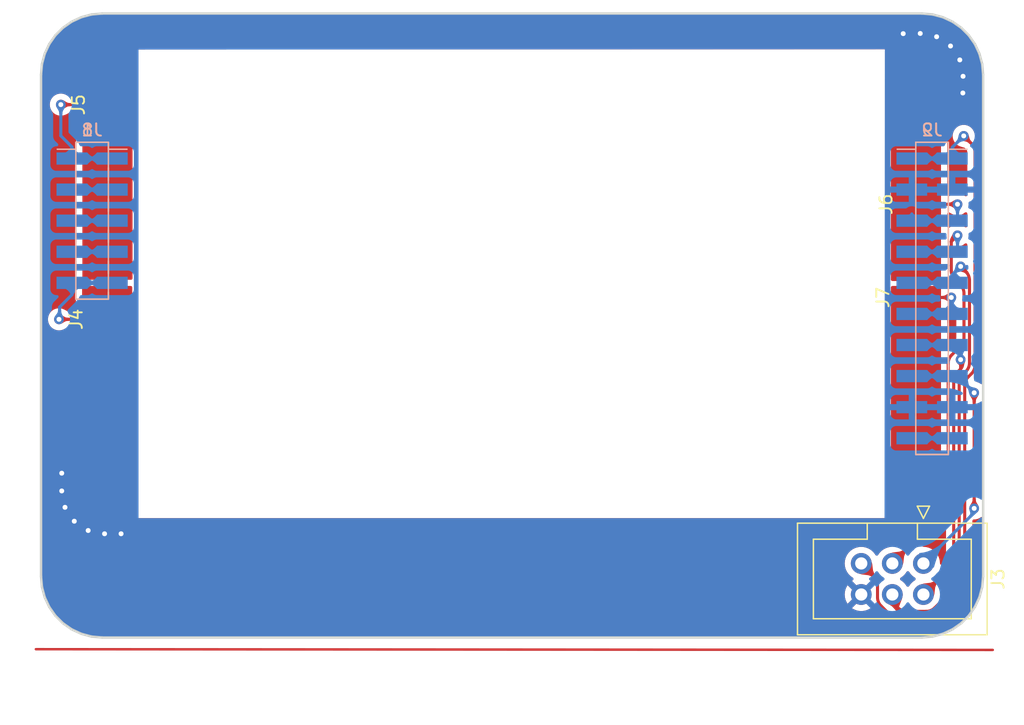
<source format=kicad_pcb>
(kicad_pcb (version 20221018) (generator pcbnew)
  (layers (0 "F.Cu" signal) (31 "B.Cu" signal) (34 "B.Paste" user) (35 "F.Paste" user) (36 "B.SilkS" user "B.Silkscreen") (37 "F.SilkS" user "F.Silkscreen") (38 "B.Mask" user) (39 "F.Mask" user) (44 "Edge.Cuts" user))
  (net 0 "")
  (net 1 "/GP9")
  (net 2 "+3.3V")
  (net 3 "GND")
  (net 4 "/GP28")
  (net 5 "/SDA")
  (net 6 "/SCL")
  (net 7 "/GP14")
  (net 8 "/GP11")
  (net 9 "/GP10")
  (net 10 "VCC")
  (net 11 "/GP16")
  (net 12 "/GP17")
  (net 13 "/GP18")
  (net 14 "/GP19")
  (footprint "Connector_Wire:SolderWirePad_1x01_SMD_1x2mm" (layer "F.Cu") (at 180.086 91.694 90)
    (fp_text reference "J6" (at 0 -2.54 90) (layer "F.SilkS"))
    (fp_text value "Conn_01x01")
    (pad "1" smd roundrect (at 0 0 90) (size 1 2) (layers "F.Cu" "F.Paste" "F.Mask") (net 4 "/GP28"))
  )
  (footprint "Connector_IDC:IDC-Header_2x03_P2.54mm_Vertical" (layer "F.Cu") (at 180.6 121.05 -90)
    (fp_text reference "J3" (at 1.27 -6.1 90) (layer "F.SilkS"))
    (fp_text value "Conn_02x03_Counter_Clockwise")
    (fp_line (start -4.68 -0.5) (end -4.68 0.5) (stroke (width 0.12)) (layer "F.SilkS"))
    (fp_line (start -4.68 0.5) (end -3.68 0) (stroke (width 0.12)) (layer "F.SilkS"))
    (fp_line (start -3.68 0) (end -4.68 -0.5) (stroke (width 0.12)) (layer "F.SilkS"))
    (fp_line (start -3.29 -5.21) (end 5.83 -5.21) (stroke (width 0.12)) (layer "F.SilkS"))
    (fp_line (start -3.29 0.49) (end -1.98 0.49) (stroke (width 0.12)) (layer "F.SilkS"))
    (fp_line (start -3.29 10.29) (end -3.29 -5.21) (stroke (width 0.12)) (layer "F.SilkS"))
    (fp_line (start -1.98 -3.91) (end 4.52 -3.91) (stroke (width 0.12)) (layer "F.SilkS"))
    (fp_line (start -1.98 0.49) (end -1.98 -3.91) (stroke (width 0.12)) (layer "F.SilkS"))
    (fp_line (start -1.98 4.59) (end -3.29 4.59) (stroke (width 0.12)) (layer "F.SilkS"))
    (fp_line (start -1.98 4.59) (end -1.98 4.59) (stroke (width 0.12)) (layer "F.SilkS"))
    (fp_line (start -1.98 8.99) (end -1.98 4.59) (stroke (width 0.12)) (layer "F.SilkS"))
    (fp_line (start 4.52 -3.91) (end 4.52 8.99) (stroke (width 0.12)) (layer "F.SilkS"))
    (fp_line (start 4.52 8.99) (end -1.98 8.99) (stroke (width 0.12)) (layer "F.SilkS"))
    (fp_line (start 5.83 -5.21) (end 5.83 10.29) (stroke (width 0.12)) (layer "F.SilkS"))
    (fp_line (start 5.83 10.29) (end -3.29 10.29) (stroke (width 0.12)) (layer "F.SilkS"))
    (pad "1" thru_hole circle (at 0 0 270) (size 1.7 1.7) (drill 1) (layers "*.Cu" "*.Mask") (net 9 "/GP10"))
    (pad "2" thru_hole circle (at 2.54 0 270) (size 1.7 1.7) (drill 1) (layers "*.Cu" "*.Mask") (net 8 "/GP11"))
    (pad "3" thru_hole circle (at 0 2.54 270) (size 1.7 1.7) (drill 1) (layers "*.Cu" "*.Mask") (net 5 "/SDA"))
    (pad "4" thru_hole circle (at 2.54 2.54 270) (size 1.7 1.7) (drill 1) (layers "*.Cu" "*.Mask") (net 6 "/SCL"))
    (pad "5" thru_hole circle (at 0 5.08 270) (size 1.7 1.7) (drill 1) (layers "*.Cu" "*.Mask") (net 2 "+3.3V"))
    (pad "6" thru_hole circle (at 2.54 5.08 270) (size 1.7 1.7) (drill 1) (layers "*.Cu" "*.Mask") (net 3 "GND"))
  )
  (footprint "Connector_Wire:SolderWirePad_1x01_SMD_1x2mm" (layer "F.Cu") (at 179.832 99.314 90)
    (fp_text reference "J7" (at 0 -2.54 90) (layer "F.SilkS"))
    (fp_text value "Conn_01x01")
    (pad "1" smd roundrect (at 0 0 90) (size 1 2) (layers "F.Cu" "F.Paste" "F.Mask") (net 7 "/GP14"))
  )
  (footprint "Connector_Wire:SolderWirePad_1x01_SMD_1x2mm" (layer "F.Cu") (at 114.08 83.56 90)
    (fp_text reference "J5" (at 0 -2.54 90) (layer "F.SilkS"))
    (fp_text value "Conn_01x01")
    (pad "1" smd roundrect (at 0 0 90) (size 1 2) (layers "F.Cu" "F.Paste" "F.Mask") (net 1 "/GP9"))
  )
  (footprint "Connector_Wire:SolderWirePad_1x01_SMD_1x2mm" (layer "F.Cu") (at 113.9 101.1 90)
    (fp_text reference "J4" (at 0 -2.54 90) (layer "F.SilkS"))
    (fp_text value "Conn_01x01")
    (pad "1" smd roundrect (at 0 0 90) (size 1 2) (layers "F.Cu" "F.Paste" "F.Mask") (net 14 "/GP19"))
  )
  (footprint "Connector_PinHeader_2.54mm:PinHeader_1x10_P2.54mm_Vertical_SMD_Pin1Left" (layer "B.Cu") (at 181.309 99.3875 180)
    (fp_text reference "J2" (at 0 13.76) (layer "B.SilkS") (effects (justify mirror)))
    (fp_text value "Conn_01x10_Socket")
    (fp_line (start -1.33 -12.76) (end 1.33 -12.76) (stroke (width 0.12)) (layer "B.SilkS"))
    (fp_line (start -1.33 -9.65) (end -1.33 -12.76) (stroke (width 0.12)) (layer "B.SilkS"))
    (fp_line (start -1.33 -4.57) (end -1.33 -8.13) (stroke (width 0.12)) (layer "B.SilkS"))
    (fp_line (start -1.33 0.51) (end -1.33 -3.05) (stroke (width 0.12)) (layer "B.SilkS"))
    (fp_line (start -1.33 5.59) (end -1.33 2.03) (stroke (width 0.12)) (layer "B.SilkS"))
    (fp_line (start -1.33 10.67) (end -1.33 7.11) (stroke (width 0.12)) (layer "B.SilkS"))
    (fp_line (start -1.33 12.19) (end -2.85 12.19) (stroke (width 0.12)) (layer "B.SilkS"))
    (fp_line (start -1.33 12.76) (end -1.33 12.19) (stroke (width 0.12)) (layer "B.SilkS"))
    (fp_line (start -1.33 12.76) (end 1.33 12.76) (stroke (width 0.12)) (layer "B.SilkS"))
    (fp_line (start 1.33 -12.19) (end 1.33 -12.76) (stroke (width 0.12)) (layer "B.SilkS"))
    (fp_line (start 1.33 -7.11) (end 1.33 -10.67) (stroke (width 0.12)) (layer "B.SilkS"))
    (fp_line (start 1.33 -2.03) (end 1.33 -5.59) (stroke (width 0.12)) (layer "B.SilkS"))
    (fp_line (start 1.33 3.05) (end 1.33 -0.51) (stroke (width 0.12)) (layer "B.SilkS"))
    (fp_line (start 1.33 8.13) (end 1.33 4.57) (stroke (width 0.12)) (layer "B.SilkS"))
    (fp_line (start 1.33 12.76) (end 1.33 9.65) (stroke (width 0.12)) (layer "B.SilkS"))
    (pad "1" smd rect (at -1.655 11.43 180) (size 2.51 1) (layers "B.Cu" "B.Paste" "B.Mask") (net 2 "+3.3V"))
    (pad "2" smd rect (at 1.655 8.89 180) (size 2.51 1) (layers "B.Cu" "B.Paste" "B.Mask") (net 3 "GND"))
    (pad "3" smd rect (at -1.655 6.35 180) (size 2.51 1) (layers "B.Cu" "B.Paste" "B.Mask") (net 4 "/GP28"))
    (pad "4" smd rect (at 1.655 3.81 180) (size 2.51 1) (layers "B.Cu" "B.Paste" "B.Mask") (net 5 "/SDA"))
    (pad "5" smd rect (at -1.655 1.27 180) (size 2.51 1) (layers "B.Cu" "B.Paste" "B.Mask") (net 6 "/SCL"))
    (pad "6" smd rect (at 1.655 -1.27 180) (size 2.51 1) (layers "B.Cu" "B.Paste" "B.Mask") (net 7 "/GP14"))
    (pad "7" smd rect (at -1.655 -3.81 180) (size 2.51 1) (layers "B.Cu" "B.Paste" "B.Mask") (net 8 "/GP11"))
    (pad "8" smd rect (at 1.655 -6.35 180) (size 2.51 1) (layers "B.Cu" "B.Paste" "B.Mask") (net 9 "/GP10"))
    (pad "9" smd rect (at -1.655 -8.89 180) (size 2.51 1) (layers "B.Cu" "B.Paste" "B.Mask") (net 3 "GND"))
    (pad "10" smd rect (at 1.655 -11.43 180) (size 2.51 1) (layers "B.Cu" "B.Paste" "B.Mask") (net 10 "VCC"))
  )
  (footprint "Connector_PinHeader_2.54mm:PinHeader_1x05_P2.54mm_Vertical_SMD_Pin1Right" (layer "B.Cu") (at 112.659 93.0375 180)
    (fp_text reference "J1" (at 0 7.41) (layer "B.SilkS") (effects (justify mirror)))
    (fp_text value "Conn_01x05_Socket")
    (fp_line (start -1.33 -6.41) (end 1.33 -6.41) (stroke (width 0.12)) (layer "B.SilkS"))
    (fp_line (start -1.33 -5.84) (end -1.33 -6.41) (stroke (width 0.12)) (layer "B.SilkS"))
    (fp_line (start -1.33 -3.3) (end -1.33 -6.41) (stroke (width 0.12)) (layer "B.SilkS"))
    (fp_line (start -1.33 1.78) (end -1.33 -1.78) (stroke (width 0.12)) (layer "B.SilkS"))
    (fp_line (start -1.33 6.41) (end -1.33 3.3) (stroke (width 0.12)) (layer "B.SilkS"))
    (fp_line (start -1.33 6.41) (end 1.33 6.41) (stroke (width 0.12)) (layer "B.SilkS"))
    (fp_line (start 1.33 -0.76) (end 1.33 -4.32) (stroke (width 0.12)) (layer "B.SilkS"))
    (fp_line (start 1.33 4.32) (end 1.33 0.76) (stroke (width 0.12)) (layer "B.SilkS"))
    (fp_line (start 1.33 5.84) (end 2.85 5.84) (stroke (width 0.12)) (layer "B.SilkS"))
    (fp_line (start 1.33 6.41) (end 1.33 5.84) (stroke (width 0.12)) (layer "B.SilkS"))
    (pad "1" smd rect (at 1.655 5.08 180) (size 2.51 1) (layers "B.Cu" "B.Paste" "B.Mask") (net 1 "/GP9"))
    (pad "2" smd rect (at -1.655 2.54 180) (size 2.51 1) (layers "B.Cu" "B.Paste" "B.Mask") (net 11 "/GP16"))
    (pad "3" smd rect (at 1.655 0 180) (size 2.51 1) (layers "B.Cu" "B.Paste" "B.Mask") (net 12 "/GP17"))
    (pad "4" smd rect (at -1.655 -2.54 180) (size 2.51 1) (layers "B.Cu" "B.Paste" "B.Mask") (net 13 "/GP18"))
    (pad "5" smd rect (at 1.655 -5.08 180) (size 2.51 1) (layers "B.Cu" "B.Paste" "B.Mask") (net 14 "/GP19"))
  )
  (footprint "Connector_PinHeader_2.54mm:PinHeader_1x10_P2.54mm_Vertical_SMD_Pin1Right" (layer "B.Cu") (at 181.309 99.3875 180)
    (fp_text reference "J9" (at 0 13.76) (layer "B.SilkS") (effects (justify mirror)))
    (fp_text value "Conn_01x10_Socket")
    (fp_line (start -1.33 -12.76) (end 1.33 -12.76) (stroke (width 0.12)) (layer "B.SilkS"))
    (fp_line (start -1.33 -12.19) (end -1.33 -12.76) (stroke (width 0.12)) (layer "B.SilkS"))
    (fp_line (start -1.33 -7.11) (end -1.33 -10.67) (stroke (width 0.12)) (layer "B.SilkS"))
    (fp_line (start -1.33 -2.03) (end -1.33 -5.59) (stroke (width 0.12)) (layer "B.SilkS"))
    (fp_line (start -1.33 3.05) (end -1.33 -0.51) (stroke (width 0.12)) (layer "B.SilkS"))
    (fp_line (start -1.33 8.13) (end -1.33 4.57) (stroke (width 0.12)) (layer "B.SilkS"))
    (fp_line (start -1.33 12.76) (end -1.33 9.65) (stroke (width 0.12)) (layer "B.SilkS"))
    (fp_line (start -1.33 12.76) (end 1.33 12.76) (stroke (width 0.12)) (layer "B.SilkS"))
    (fp_line (start 1.33 -9.65) (end 1.33 -12.76) (stroke (width 0.12)) (layer "B.SilkS"))
    (fp_line (start 1.33 -4.57) (end 1.33 -8.13) (stroke (width 0.12)) (layer "B.SilkS"))
    (fp_line (start 1.33 0.51) (end 1.33 -3.05) (stroke (width 0.12)) (layer "B.SilkS"))
    (fp_line (start 1.33 5.59) (end 1.33 2.03) (stroke (width 0.12)) (layer "B.SilkS"))
    (fp_line (start 1.33 10.67) (end 1.33 7.11) (stroke (width 0.12)) (layer "B.SilkS"))
    (fp_line (start 1.33 12.19) (end 2.85 12.19) (stroke (width 0.12)) (layer "B.SilkS"))
    (fp_line (start 1.33 12.76) (end 1.33 12.19) (stroke (width 0.12)) (layer "B.SilkS"))
    (pad "1" smd rect (at 1.655 11.43 180) (size 2.51 1) (layers "B.Cu" "B.Paste" "B.Mask") (net 2 "+3.3V"))
    (pad "2" smd rect (at -1.655 8.89 180) (size 2.51 1) (layers "B.Cu" "B.Paste" "B.Mask") (net 3 "GND"))
    (pad "3" smd rect (at 1.655 6.35 180) (size 2.51 1) (layers "B.Cu" "B.Paste" "B.Mask") (net 4 "/GP28"))
    (pad "4" smd rect (at -1.655 3.81 180) (size 2.51 1) (layers "B.Cu" "B.Paste" "B.Mask") (net 5 "/SDA"))
    (pad "5" smd rect (at 1.655 1.27 180) (size 2.51 1) (layers "B.Cu" "B.Paste" "B.Mask") (net 6 "/SCL"))
    (pad "6" smd rect (at -1.655 -1.27 180) (size 2.51 1) (layers "B.Cu" "B.Paste" "B.Mask") (net 7 "/GP14"))
    (pad "7" smd rect (at 1.655 -3.81 180) (size 2.51 1) (layers "B.Cu" "B.Paste" "B.Mask") (net 8 "/GP11"))
    (pad "8" smd rect (at -1.655 -6.35 180) (size 2.51 1) (layers "B.Cu" "B.Paste" "B.Mask") (net 9 "/GP10"))
    (pad "9" smd rect (at 1.655 -8.89 180) (size 2.51 1) (layers "B.Cu" "B.Paste" "B.Mask") (net 3 "GND"))
    (pad "10" smd rect (at -1.655 -11.43 180) (size 2.51 1) (layers "B.Cu" "B.Paste" "B.Mask") (net 10 "VCC"))
  )
  (footprint "Connector_PinHeader_2.54mm:PinHeader_1x05_P2.54mm_Vertical_SMD_Pin1Left" (layer "B.Cu") (at 112.659 93.0375 180)
    (fp_text reference "J8" (at 0 7.41) (layer "B.SilkS") (effects (justify mirror)))
    (fp_text value "Conn_01x05_Socket")
    (fp_line (start -1.33 -6.41) (end 1.33 -6.41) (stroke (width 0.12)) (layer "B.SilkS"))
    (fp_line (start -1.33 -0.76) (end -1.33 -4.32) (stroke (width 0.12)) (layer "B.SilkS"))
    (fp_line (start -1.33 4.32) (end -1.33 0.76) (stroke (width 0.12)) (layer "B.SilkS"))
    (fp_line (start -1.33 5.84) (end -2.85 5.84) (stroke (width 0.12)) (layer "B.SilkS"))
    (fp_line (start -1.33 6.41) (end -1.33 5.84) (stroke (width 0.12)) (layer "B.SilkS"))
    (fp_line (start -1.33 6.41) (end 1.33 6.41) (stroke (width 0.12)) (layer "B.SilkS"))
    (fp_line (start 1.33 -5.84) (end 1.33 -6.41) (stroke (width 0.12)) (layer "B.SilkS"))
    (fp_line (start 1.33 -3.3) (end 1.33 -6.41) (stroke (width 0.12)) (layer "B.SilkS"))
    (fp_line (start 1.33 1.78) (end 1.33 -1.78) (stroke (width 0.12)) (layer "B.SilkS"))
    (fp_line (start 1.33 6.41) (end 1.33 3.3) (stroke (width 0.12)) (layer "B.SilkS"))
    (pad "1" smd rect (at -1.655 5.08 180) (size 2.51 1) (layers "B.Cu" "B.Paste" "B.Mask") (net 1 "/GP9"))
    (pad "2" smd rect (at 1.655 2.54 180) (size 2.51 1) (layers "B.Cu" "B.Paste" "B.Mask") (net 11 "/GP16"))
    (pad "3" smd rect (at -1.655 0 180) (size 2.51 1) (layers "B.Cu" "B.Paste" "B.Mask") (net 12 "/GP17"))
    (pad "4" smd rect (at 1.655 -2.54 180) (size 2.51 1) (layers "B.Cu" "B.Paste" "B.Mask") (net 13 "/GP18"))
    (pad "5" smd rect (at -1.655 -5.08 180) (size 2.51 1) (layers "B.Cu" "B.Paste" "B.Mask") (net 14 "/GP19"))
  )
  (gr_line (start 183.696 77.27433) (end 182.9821 76.77443) (stroke (width 0.2)) (layer "Edge.Cuts"))
  (gr_line (start 182.9821 76.77443) (end 182.1922 76.40603) (stroke (width 0.2)) (layer "Edge.Cuts"))
  (gr_line (start 181.3503 127.028572) (end 182.1922 126.803001) (stroke (width 0.2)) (layer "Edge.Cuts"))
  (gr_line (start 184.8122 78.60453) (end 184.3123 77.89063) (stroke (width 0.2)) (layer "Edge.Cuts"))
  (gr_line (start 110.9821 126.434669) (end 111.77199 126.803001) (stroke (width 0.2)) (layer "Edge.Cuts"))
  (gr_line (start 113.4821 127.10453) (end 180.4821 127.10453) (stroke (width 0.2)) (layer "Edge.Cuts"))
  (gr_line (start 180.4821 76.10453) (end 113.4821 76.10453) (stroke (width 0.2)) (layer "Edge.Cuts"))
  (gr_line (start 181.3503 76.18053) (end 180.4821 76.10453) (stroke (width 0.2)) (layer "Edge.Cuts"))
  (gr_line (start 109.151961 78.60453) (end 108.783629 79.39443) (stroke (width 0.2)) (layer "Edge.Cuts"))
  (gr_line (start 184.3123 125.31847) (end 184.8122 124.60453) (stroke (width 0.2)) (layer "Edge.Cuts"))
  (gr_line (start 185.4821 81.10453) (end 185.4061 80.23633) (stroke (width 0.2)) (layer "Edge.Cuts"))
  (gr_line (start 108.558058 122.97279) (end 108.783629 123.81464) (stroke (width 0.2)) (layer "Edge.Cuts"))
  (gr_line (start 109.151961 124.60453) (end 109.65187 125.31847) (stroke (width 0.2)) (layer "Edge.Cuts"))
  (gr_line (start 185.4061 122.97279) (end 185.4821 122.10453) (stroke (width 0.2)) (layer "Edge.Cuts"))
  (gr_line (start 112.61384 127.028572) (end 113.4821 127.10453) (stroke (width 0.2)) (layer "Edge.Cuts"))
  (gr_line (start 185.1806 123.81464) (end 185.4061 122.97279) (stroke (width 0.2)) (layer "Edge.Cuts"))
  (gr_line (start 108.783629 123.81464) (end 109.151961 124.60453) (stroke (width 0.2)) (layer "Edge.Cuts"))
  (gr_line (start 111.77199 126.803001) (end 112.61384 127.028572) (stroke (width 0.2)) (layer "Edge.Cuts"))
  (gr_line (start 185.1806 79.39443) (end 184.8122 78.60453) (stroke (width 0.2)) (layer "Edge.Cuts"))
  (gr_line (start 111.77199 76.40603) (end 110.9821 76.77443) (stroke (width 0.2)) (layer "Edge.Cuts"))
  (gr_line (start 112.61384 76.18053) (end 111.77199 76.40603) (stroke (width 0.2)) (layer "Edge.Cuts"))
  (gr_line (start 108.4821 81.10453) (end 108.4821 122.10453) (stroke (width 0.2)) (layer "Edge.Cuts"))
  (gr_line (start 182.1922 126.803001) (end 182.9821 126.434669) (stroke (width 0.2)) (layer "Edge.Cuts"))
  (gr_line (start 110.9821 76.77443) (end 110.26816 77.27433) (stroke (width 0.2)) (layer "Edge.Cuts"))
  (gr_line (start 183.696 125.93476) (end 184.3123 125.31847) (stroke (width 0.2)) (layer "Edge.Cuts"))
  (gr_line (start 113.4821 76.10453) (end 112.61384 76.18053) (stroke (width 0.2)) (layer "Edge.Cuts"))
  (gr_line (start 108.783629 79.39443) (end 108.558058 80.23633) (stroke (width 0.2)) (layer "Edge.Cuts"))
  (gr_line (start 184.8122 124.60453) (end 185.1806 123.81464) (stroke (width 0.2)) (layer "Edge.Cuts"))
  (gr_line (start 109.65187 77.89063) (end 109.151961 78.60453) (stroke (width 0.2)) (layer "Edge.Cuts"))
  (gr_line (start 110.26816 77.27433) (end 109.65187 77.89063) (stroke (width 0.2)) (layer "Edge.Cuts"))
  (gr_line (start 184.3123 77.89063) (end 183.696 77.27433) (stroke (width 0.2)) (layer "Edge.Cuts"))
  (gr_line (start 185.4821 122.10453) (end 185.4821 81.10453) (stroke (width 0.2)) (layer "Edge.Cuts"))
  (gr_line (start 108.4821 122.10453) (end 108.558058 122.97279) (stroke (width 0.2)) (layer "Edge.Cuts"))
  (gr_line (start 180.4821 127.10453) (end 181.3503 127.028572) (stroke (width 0.2)) (layer "Edge.Cuts"))
  (gr_line (start 185.4061 80.23633) (end 185.1806 79.39443) (stroke (width 0.2)) (layer "Edge.Cuts"))
  (gr_line (start 110.26816 125.93476) (end 110.9821 126.434669) (stroke (width 0.2)) (layer "Edge.Cuts"))
  (gr_line (start 182.1922 76.40603) (end 181.3503 76.18053) (stroke (width 0.2)) (layer "Edge.Cuts"))
  (gr_line (start 109.65187 125.31847) (end 110.26816 125.93476) (stroke (width 0.2)) (layer "Edge.Cuts"))
  (gr_line (start 182.9821 126.434669) (end 183.696 125.93476) (stroke (width 0.2)) (layer "Edge.Cuts"))
  (gr_line (start 108.558058 80.23633) (end 108.4821 81.10453) (stroke (width 0.2)) (layer "Edge.Cuts"))
  (segment (start 186.27 128.12) (end 108.06 128.06) (width 0.2) (layer "F.Cu") (net 0))
  (segment (start 114.07 83.55) (end 114.08 83.56) (width 0.25) (layer "F.Cu") (net 1))
  (segment (start 110.1 83.55) (end 114.07 83.55) (width 0.25) (layer "F.Cu") (net 1))
  (via (at 110.1 83.55) (size 0.8) (drill 0.4) (layers "F.Cu" "B.Cu") (net 1))
  (segment (start 111.004 87.9575) (end 111.004 87.004) (width 0.25) (layer "B.Cu") (net 1))
  (segment (start 114.314 87.9575) (end 111.004 87.9575) (width 0.25) (layer "B.Cu") (net 1))
  (segment (start 111.004 87.004) (end 110.1 86.1) (width 0.25) (layer "B.Cu") (net 1))
  (segment (start 110.1 86.1) (end 110.1 83.55) (width 0.25) (layer "B.Cu") (net 1))
  (segment (start 175.52 121.05) (end 176.557107 122.087107) (width 0.25) (layer "F.Cu") (net 2))
  (segment (start 183.976 122.454182) (end 183.976 106.509006) (width 0.25) (layer "F.Cu") (net 2))
  (segment (start 177.142893 124.524594) (end 177.743406 125.125107) (width 0.25) (layer "F.Cu") (net 2))
  (segment (start 184.817 104.839578) (end 184.817 87.441214) (width 0.25) (layer "F.Cu") (net 2))
  (segment (start 176.85 122.794214) (end 176.85 123.817487) (width 0.25) (layer "F.Cu") (net 2))
  (segment (start 184.268893 105.801899) (end 184.524107 105.546685) (width 0.25) (layer "F.Cu") (net 2))
  (segment (start 184.524107 86.734107) (end 183.896 86.106) (width 0.25) (layer "F.Cu") (net 2))
  (segment (start 178.450513 125.418) (end 181.012182 125.418) (width 0.25) (layer "F.Cu") (net 2))
  (segment (start 181.719289 125.125107) (end 183.683107 123.161289) (width 0.25) (layer "F.Cu") (net 2))
  (via (at 183.896 86.106) (size 0.8) (drill 0.4) (layers "F.Cu" "B.Cu") (net 2))
  (arc (start 176.557107 122.087107) (mid 176.77388 122.41153) (end 176.85 122.794214) (width 0.25) (layer "F.Cu") (net 2))
  (arc (start 181.719289 125.125107) (mid 181.394866 125.34188) (end 181.012182 125.418) (width 0.25) (layer "F.Cu") (net 2))
  (arc (start 177.142893 124.524594) (mid 176.92612 124.200171) (end 176.85 123.817487) (width 0.25) (layer "F.Cu") (net 2))
  (arc (start 184.524107 86.734107) (mid 184.74088 87.05853) (end 184.817 87.441214) (width 0.25) (layer "F.Cu") (net 2))
  (arc (start 184.268893 105.801899) (mid 184.05212 106.126322) (end 183.976 106.509006) (width 0.25) (layer "F.Cu") (net 2))
  (arc (start 178.450513 125.418) (mid 178.06783 125.34188) (end 177.743406 125.125107) (width 0.25) (layer "F.Cu") (net 2))
  (arc (start 184.524107 105.546685) (mid 184.74088 105.222262) (end 184.817 104.839578) (width 0.25) (layer "F.Cu") (net 2))
  (arc (start 183.683107 123.161289) (mid 183.89988 122.836866) (end 183.976 122.454182) (width 0.25) (layer "F.Cu") (net 2))
  (segment (start 182.964 87.9575) (end 182.964 87.038) (width 0.25) (layer "B.Cu") (net 2))
  (segment (start 179.654 87.9575) (end 182.964 87.9575) (width 0.25) (layer "B.Cu") (net 2))
  (segment (start 182.964 87.038) (end 183.896 86.106) (width 0.25) (layer "B.Cu") (net 2))
  (via (at 115.025 118.625) (size 0.8) (drill 0.4) (layers "F.Cu" "B.Cu") (net 3))
  (via (at 110.441548 116.464518) (size 0.8) (drill 0.4) (layers "F.Cu" "B.Cu") (net 3))
  (via (at 181.680814 78.00203) (size 0.8) (drill 0.4) (layers "F.Cu" "B.Cu") (net 3))
  (via (at 183.575 79.896216) (size 0.8) (drill 0.4) (layers "F.Cu" "B.Cu") (net 3))
  (via (at 112.335734 118.358704) (size 0.8) (drill 0.4) (layers "F.Cu" "B.Cu") (net 3))
  (via (at 110.175126 115.125126) (size 0.8) (drill 0.4) (layers "F.Cu" "B.Cu") (net 3))
  (via (at 110.175 113.675) (size 0.8) (drill 0.4) (layers "F.Cu" "B.Cu") (net 3))
  (via (at 178.95 77.75) (size 0.8) (drill 0.4) (layers "F.Cu" "B.Cu") (net 3))
  (via (at 180.341422 77.735608) (size 0.8) (drill 0.4) (layers "F.Cu" "B.Cu") (net 3))
  (via (at 113.675126 118.625126) (size 0.8) (drill 0.4) (layers "F.Cu" "B.Cu") (net 3))
  (via (at 182.816296 78.760734) (size 0.8) (drill 0.4) (layers "F.Cu" "B.Cu") (net 3))
  (via (at 183.825 82.6) (size 0.8) (drill 0.4) (layers "F.Cu" "B.Cu") (net 3))
  (via (at 183.841422 81.235608) (size 0.8) (drill 0.4) (layers "F.Cu" "B.Cu") (net 3))
  (via (at 111.200252 117.6) (size 0.8) (drill 0.4) (layers "F.Cu" "B.Cu") (net 3))
  (segment (start 175.52 123.59) (end 176.77 122.34) (width 0.25) (layer "B.Cu") (net 3))
  (segment (start 182.964 108.2775) (end 183.7275 108.2775) (width 0.25) (layer "B.Cu") (net 3))
  (segment (start 179.654 108.2775) (end 182.964 108.2775) (width 0.25) (layer "B.Cu") (net 3))
  (segment (start 179.654 90.4975) (end 182.964 90.4975) (width 0.25) (layer "B.Cu") (net 3))
  (segment (start 180.086 91.694) (end 183.388 91.694) (width 0.25) (layer "F.Cu") (net 4))
  (via (at 183.388 91.694) (size 0.8) (drill 0.4) (layers "F.Cu" "B.Cu") (net 4))
  (segment (start 183.388 91.694) (end 183.388 92.6135) (width 0.25) (layer "B.Cu") (net 4))
  (segment (start 179.654 93.0375) (end 179.654 92.484) (width 0.25) (layer "B.Cu") (net 4))
  (segment (start 179.654 93.0375) (end 182.964 93.0375) (width 0.25) (layer "B.Cu") (net 4))
  (segment (start 183.388 92.6135) (end 182.964 93.0375) (width 0.25) (layer "B.Cu") (net 4))
  (segment (start 182.88 94.742) (end 183.388 94.234) (width 0.25) (layer "F.Cu") (net 5))
  (segment (start 183.624107 98.280107) (end 183.172893 97.828893) (width 0.25) (layer "F.Cu") (net 5))
  (segment (start 182.626 116.069786) (end 182.626 104.714214) (width 0.25) (layer "F.Cu") (net 5))
  (segment (start 183.917 102.594786) (end 183.917 98.987214) (width 0.25) (layer "F.Cu") (net 5))
  (segment (start 182.918893 104.007107) (end 183.624107 103.301893) (width 0.25) (layer "F.Cu") (net 5))
  (segment (start 182.88 97.121786) (end 182.88 94.742) (width 0.25) (layer "F.Cu") (net 5))
  (segment (start 178.06 121.05) (end 182.333107 116.776893) (width 0.25) (layer "F.Cu") (net 5))
  (via (at 183.388 94.234) (size 0.8) (drill 0.4) (layers "F.Cu" "B.Cu") (net 5))
  (arc (start 182.88 97.121786) (mid 182.95612 97.504469) (end 183.172893 97.828893) (width 0.25) (layer "F.Cu") (net 5))
  (arc (start 183.917 98.987214) (mid 183.84088 98.604531) (end 183.624107 98.280107) (width 0.25) (layer "F.Cu") (net 5))
  (arc (start 182.626 104.714214) (mid 182.70212 104.331531) (end 182.918893 104.007107) (width 0.25) (layer "F.Cu") (net 5))
  (arc (start 182.626 116.069786) (mid 182.54988 116.452469) (end 182.333107 116.776893) (width 0.25) (layer "F.Cu") (net 5))
  (arc (start 183.917 102.594786) (mid 183.84088 102.977469) (end 183.624107 103.301893) (width 0.25) (layer "F.Cu") (net 5))
  (segment (start 183.388 94.234) (end 183.388 95.1535) (width 0.25) (layer "B.Cu") (net 5))
  (segment (start 183.388 95.1535) (end 182.964 95.5775) (width 0.25) (layer "B.Cu") (net 5))
  (segment (start 179.654 95.5775) (end 182.964 95.5775) (width 0.25) (layer "B.Cu") (net 5))
  (segment (start 183.526 122.267786) (end 183.526 106.32261) (width 0.25) (layer "F.Cu") (net 6))
  (segment (start 183.818893 105.615503) (end 184.074107 105.360289) (width 0.25) (layer "F.Cu") (net 6))
  (segment (start 179.230214 124.968) (end 180.825786 124.968) (width 0.25) (layer "F.Cu") (net 6))
  (segment (start 178.06 123.59) (end 178.06 124.212) (width 0.25) (layer "F.Cu") (net 6))
  (segment (start 184.367 104.653182) (end 184.367 97.913214) (width 0.25) (layer "F.Cu") (net 6))
  (segment (start 181.532893 124.675107) (end 183.233107 122.974893) (width 0.25) (layer "F.Cu") (net 6))
  (segment (start 178.06 124.212) (end 178.523107 124.675107) (width 0.25) (layer "F.Cu") (net 6))
  (segment (start 184.074107 97.206107) (end 183.642 96.774) (width 0.25) (layer "F.Cu") (net 6))
  (via (at 183.642 96.774) (size 0.8) (drill 0.4) (layers "F.Cu" "B.Cu") (net 6))
  (arc (start 183.526 122.267786) (mid 183.44988 122.650469) (end 183.233107 122.974893) (width 0.25) (layer "F.Cu") (net 6))
  (arc (start 184.367 97.913214) (mid 184.29088 97.530531) (end 184.074107 97.206107) (width 0.25) (layer "F.Cu") (net 6))
  (arc (start 183.818893 105.615503) (mid 183.60212 105.939926) (end 183.526 106.32261) (width 0.25) (layer "F.Cu") (net 6))
  (arc (start 184.074107 105.360289) (mid 184.29088 105.035866) (end 184.367 104.653182) (width 0.25) (layer "F.Cu") (net 6))
  (arc (start 179.230214 124.968) (mid 178.847531 124.89188) (end 178.523107 124.675107) (width 0.25) (layer "F.Cu") (net 6))
  (arc (start 180.825786 124.968) (mid 181.208469 124.89188) (end 181.532893 124.675107) (width 0.25) (layer "F.Cu") (net 6))
  (segment (start 179.654 98.1175) (end 182.964 98.1175) (width 0.25) (layer "B.Cu") (net 6))
  (segment (start 184.15 96.774) (end 184.15 96.9315) (width 0.25) (layer "B.Cu") (net 6))
  (segment (start 182.964 97.452) (end 183.642 96.774) (width 0.25) (layer "B.Cu") (net 6))
  (segment (start 182.964 98.1175) (end 182.964 97.452) (width 0.25) (layer "B.Cu") (net 6))
  (segment (start 182.88 99.314) (end 179.832 99.314) (width 0.25) (layer "F.Cu") (net 7))
  (via (at 182.88 99.314) (size 0.8) (drill 0.4) (layers "F.Cu" "B.Cu") (net 7))
  (segment (start 182.88 100.5735) (end 182.964 100.6575) (width 0.25) (layer "B.Cu") (net 7))
  (segment (start 183.388 100.2335) (end 182.964 100.6575) (width 0.25) (layer "B.Cu") (net 7))
  (segment (start 182.88 99.314) (end 182.88 100.5735) (width 0.25) (layer "B.Cu") (net 7))
  (segment (start 182.964 100.6575) (end 183.0605 100.6575) (width 0.25) (layer "B.Cu") (net 7))
  (segment (start 179.654 100.6575) (end 182.964 100.6575) (width 0.25) (layer "B.Cu") (net 7))
  (segment (start 183.076 120.699786) (end 183.076 106.136214) (width 0.25) (layer "F.Cu") (net 8))
  (segment (start 183.368893 105.429107) (end 183.642 105.156) (width 0.25) (layer "F.Cu") (net 8))
  (segment (start 183.642 105.156) (end 183.642 104.394) (width 0.25) (layer "F.Cu") (net 8))
  (segment (start 180.6 123.59) (end 182.783107 121.406893) (width 0.25) (layer "F.Cu") (net 8))
  (via (at 183.642 104.394) (size 0.8) (drill 0.4) (layers "F.Cu" "B.Cu") (net 8))
  (arc (start 183.076 106.136214) (mid 183.15212 105.753531) (end 183.368893 105.429107) (width 0.25) (layer "F.Cu") (net 8))
  (arc (start 183.076 120.699786) (mid 182.99988 121.082469) (end 182.783107 121.406893) (width 0.25) (layer "F.Cu") (net 8))
  (segment (start 179.654 103.1975) (end 182.964 103.1975) (width 0.25) (layer "B.Cu") (net 8))
  (segment (start 183.5375 103.1975) (end 182.964 103.1975) (width 0.25) (layer "B.Cu") (net 8))
  (segment (start 183.642 104.394) (end 183.642 103.8755) (width 0.25) (layer "B.Cu") (net 8))
  (segment (start 183.642 103.8755) (end 182.964 103.1975) (width 0.25) (layer "B.Cu") (net 8))
  (segment (start 184.75 116.55) (end 184.75 107.1) (width 0.25) (layer "F.Cu") (net 9))
  (via (at 184.75 116.55) (size 0.8) (drill 0.4) (layers "F.Cu" "B.Cu") (net 9))
  (via (at 184.75 107.1) (size 0.8) (drill 0.4) (layers "F.Cu" "B.Cu") (net 9))
  (segment (start 184.912 116.738) (end 184.75 116.576) (width 0.25) (layer "B.Cu") (net 9))
  (segment (start 179.654 105.7375) (end 182.964 105.7375) (width 0.25) (layer "B.Cu") (net 9))
  (segment (start 182.964 105.7375) (end 183.9695 105.7375) (width 0.25) (layer "B.Cu") (net 9))
  (segment (start 183.3875 105.7375) (end 182.964 105.7375) (width 0.25) (layer "B.Cu") (net 9))
  (segment (start 184.75 116.576) (end 184.75 116.55) (width 0.25) (layer "B.Cu") (net 9))
  (segment (start 184.75 107.1) (end 183.3875 105.7375) (width 0.25) (layer "B.Cu") (net 9))
  (segment (start 184.912 116.738) (end 180.6 121.05) (width 0.25) (layer "B.Cu") (net 9))
  (segment (start 179.654 110.8175) (end 182.964 110.8175) (width 0.25) (layer "B.Cu") (net 10))
  (segment (start 111.004 90.4975) (end 114.314 90.4975) (width 0.25) (layer "B.Cu") (net 11))
  (segment (start 111.004 93.0375) (end 114.314 93.0375) (width 0.25) (layer "B.Cu") (net 12))
  (segment (start 111.004 95.5775) (end 114.314 95.5775) (width 0.25) (layer "B.Cu") (net 13))
  (segment (start 109.95 101.1) (end 113.9 101.1) (width 0.25) (layer "F.Cu") (net 14))
  (via (at 109.95 101.1) (size 0.8) (drill 0.4) (layers "F.Cu" "B.Cu") (net 14))
  (segment (start 110 100.1) (end 110 101.05) (width 0.25) (layer "B.Cu") (net 14))
  (segment (start 111.004 99.096) (end 110 100.1) (width 0.25) (layer "B.Cu") (net 14))
  (segment (start 111.004 98.1175) (end 114.314 98.1175) (width 0.25) (layer "B.Cu") (net 14))
  (segment (start 110 101.05) (end 109.95 101.1) (width 0.25) (layer "B.Cu") (net 14))
  (segment (start 111.004 98.1175) (end 111.004 99.096) (width 0.25) (layer "B.Cu") (net 14))
  (zone (net 1) (net_name "/GP9") (layer "F.Cu") (name "GP9") (priority 1) (connect_pads yes (clearance 0.5)) (min_thickness 0.25) (fill yes (thermal_gap 0.5) (thermal_bridge_width 0.5) (island_removal_mode 1) (island_area_min 10))
    (polygon (pts (xy 111.96752 80.6655) (xy 112.09645 80.389) (xy 112.27142 80.1391) (xy 112.48712 79.9234) (xy 112.73699 79.7485) (xy 113.01345 79.6195) (xy 113.30812 79.5406) (xy 113.61199 79.514) (xy 115.962 79.514) (xy 115.962 97.994) (xy 111.86199 97.994) (xy 111.86199 81.264) (xy 111.88857 80.9601)))
  )
  (zone (net 7) (net_name "/GP14") (layer "F.Cu") (name "GP14") (priority 1) (connect_pads yes (clearance 0)) (min_thickness 0.25) (fill yes (thermal_gap 0.5) (thermal_bridge_width 0.5))
    (polygon (pts (xy 182.0134 115.4039) (xy 181.9345 115.6985) (xy 181.8055 115.975) (xy 181.6306 116.2249) (xy 181.4149 116.4406) (xy 181.165 116.6156) (xy 180.8885 116.7445) (xy 180.5939 116.8234) (xy 180.29 116.85) (xy 177.94 116.85) (xy 177.94 98.37) (xy 182.04 98.37) (xy 182.04 115.1)))
  )
  (zone (net 4) (net_name "/GP28") (layer "F.Cu") (name "GP28") (priority 1) (connect_pads yes (clearance 0)) (min_thickness 0.25) (fill yes (thermal_gap 0.5) (thermal_bridge_width 0.5))
    (polygon (pts (xy 182.04 97.97) (xy 177.94 97.97) (xy 177.94 79.49) (xy 180.29 79.49) (xy 180.5939 79.5166) (xy 180.8885 79.5955) (xy 181.165 79.7245) (xy 181.4149 79.8994) (xy 181.6306 80.1151) (xy 181.8055 80.365) (xy 181.9345 80.6415) (xy 182.0134 80.9361) (xy 182.04 81.24)))
  )
  (zone (net 3) (net_name "GND") (layer "F.Cu") (connect_pads (clearance 0.5)) (min_thickness 0.25) (fill yes (thermal_gap 0.5) (thermal_bridge_width 0.5) (island_removal_mode 1) (island_area_min 10))
    (polygon (pts (xy 108.07 75.03) (xy 186.06 75) (xy 186.27 128.12) (xy 108.06 128.06)))
  )
  (zone (net 14) (net_name "/GP19") (layer "F.Cu") (name "GP19") (priority 1) (connect_pads yes (clearance 0)) (min_thickness 0.25) (fill yes (thermal_gap 0.5) (thermal_bridge_width 0.5))
    (polygon (pts (xy 115.94 98.37) (xy 115.94 116.85) (xy 113.58999 116.85) (xy 113.28612 116.8234) (xy 112.99145 116.7445) (xy 112.71499 116.6156) (xy 112.46512 116.4406) (xy 112.24942 116.2249) (xy 112.07445 115.975) (xy 111.94552 115.6985) (xy 111.86657 115.4039) (xy 111.83999 115.1) (xy 111.83999 98.37)))
  )
  (zone (net 0) (net_name "") (layers "F&B.Cu") (connect_pads (clearance 0)) (min_thickness 0.25)
    (keepout (tracks not_allowed) (vias not_allowed) (pads not_allowed) (copperpour not_allowed) (footprints not_allowed))
    (fill (thermal_gap 0.5) (thermal_bridge_width 0.5))
    (polygon (pts (xy 116.45 79.05) (xy 116.45 117.35) (xy 177.425 117.35) (xy 177.45 79.025)))
  )
  (zone (net 3) (net_name "GND") (layer "B.Cu") (connect_pads (clearance 0.5)) (min_thickness 0.25) (fill yes (thermal_gap 0.5) (thermal_bridge_width 0.5) (island_removal_mode 1) (island_area_min 10))
    (polygon (pts (xy 108.07 75.03) (xy 186.06 75) (xy 186.27 128.12) (xy 108.06 128.06)))
  )
)
</source>
